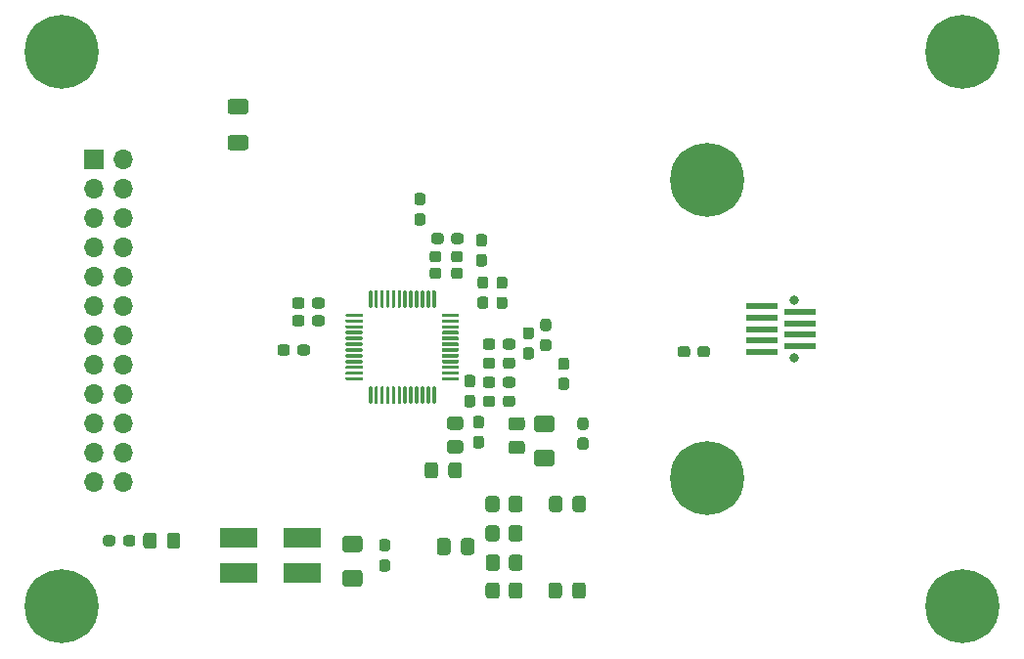
<source format=gts>
G04 #@! TF.GenerationSoftware,KiCad,Pcbnew,(5.1.12)-1*
G04 #@! TF.CreationDate,2021-12-17T11:46:06+01:00*
G04 #@! TF.ProjectId,eth_phy_KSZ8041MLL_mezzanine,6574685f-7068-4795-9f4b-535a38303431,rev?*
G04 #@! TF.SameCoordinates,Original*
G04 #@! TF.FileFunction,Soldermask,Top*
G04 #@! TF.FilePolarity,Negative*
%FSLAX46Y46*%
G04 Gerber Fmt 4.6, Leading zero omitted, Abs format (unit mm)*
G04 Created by KiCad (PCBNEW (5.1.12)-1) date 2021-12-17 11:46:06*
%MOMM*%
%LPD*%
G01*
G04 APERTURE LIST*
%ADD10C,0.800000*%
%ADD11R,2.794000X0.609600*%
%ADD12O,1.700000X1.700000*%
%ADD13R,1.700000X1.700000*%
%ADD14R,3.300000X1.700000*%
%ADD15C,6.400000*%
G04 APERTURE END LIST*
G36*
G01*
X140479400Y-120314601D02*
X140479400Y-119414599D01*
G75*
G02*
X140729399Y-119164600I249999J0D01*
G01*
X141379401Y-119164600D01*
G75*
G02*
X141629400Y-119414599I0J-249999D01*
G01*
X141629400Y-120314601D01*
G75*
G02*
X141379401Y-120564600I-249999J0D01*
G01*
X140729399Y-120564600D01*
G75*
G02*
X140479400Y-120314601I0J249999D01*
G01*
G37*
G36*
G01*
X138429400Y-120314601D02*
X138429400Y-119414599D01*
G75*
G02*
X138679399Y-119164600I249999J0D01*
G01*
X139329401Y-119164600D01*
G75*
G02*
X139579400Y-119414599I0J-249999D01*
G01*
X139579400Y-120314601D01*
G75*
G02*
X139329401Y-120564600I-249999J0D01*
G01*
X138679399Y-120564600D01*
G75*
G02*
X138429400Y-120314601I0J249999D01*
G01*
G37*
D10*
X159636820Y-102184900D03*
X159636820Y-107242300D03*
D11*
X156886000Y-102713600D03*
X160188000Y-103213600D03*
X156886000Y-103713600D03*
X160188000Y-104213600D03*
X156886000Y-104713600D03*
X160188000Y-105213600D03*
X156886000Y-105713600D03*
X160188000Y-106213600D03*
X156886000Y-106713600D03*
G36*
G01*
X128630000Y-109773600D02*
X128630000Y-111098600D01*
G75*
G02*
X128555000Y-111173600I-75000J0D01*
G01*
X128405000Y-111173600D01*
G75*
G02*
X128330000Y-111098600I0J75000D01*
G01*
X128330000Y-109773600D01*
G75*
G02*
X128405000Y-109698600I75000J0D01*
G01*
X128555000Y-109698600D01*
G75*
G02*
X128630000Y-109773600I0J-75000D01*
G01*
G37*
G36*
G01*
X128130000Y-109773600D02*
X128130000Y-111098600D01*
G75*
G02*
X128055000Y-111173600I-75000J0D01*
G01*
X127905000Y-111173600D01*
G75*
G02*
X127830000Y-111098600I0J75000D01*
G01*
X127830000Y-109773600D01*
G75*
G02*
X127905000Y-109698600I75000J0D01*
G01*
X128055000Y-109698600D01*
G75*
G02*
X128130000Y-109773600I0J-75000D01*
G01*
G37*
G36*
G01*
X127630000Y-109773600D02*
X127630000Y-111098600D01*
G75*
G02*
X127555000Y-111173600I-75000J0D01*
G01*
X127405000Y-111173600D01*
G75*
G02*
X127330000Y-111098600I0J75000D01*
G01*
X127330000Y-109773600D01*
G75*
G02*
X127405000Y-109698600I75000J0D01*
G01*
X127555000Y-109698600D01*
G75*
G02*
X127630000Y-109773600I0J-75000D01*
G01*
G37*
G36*
G01*
X127130000Y-109773600D02*
X127130000Y-111098600D01*
G75*
G02*
X127055000Y-111173600I-75000J0D01*
G01*
X126905000Y-111173600D01*
G75*
G02*
X126830000Y-111098600I0J75000D01*
G01*
X126830000Y-109773600D01*
G75*
G02*
X126905000Y-109698600I75000J0D01*
G01*
X127055000Y-109698600D01*
G75*
G02*
X127130000Y-109773600I0J-75000D01*
G01*
G37*
G36*
G01*
X126630000Y-109773600D02*
X126630000Y-111098600D01*
G75*
G02*
X126555000Y-111173600I-75000J0D01*
G01*
X126405000Y-111173600D01*
G75*
G02*
X126330000Y-111098600I0J75000D01*
G01*
X126330000Y-109773600D01*
G75*
G02*
X126405000Y-109698600I75000J0D01*
G01*
X126555000Y-109698600D01*
G75*
G02*
X126630000Y-109773600I0J-75000D01*
G01*
G37*
G36*
G01*
X126130000Y-109773600D02*
X126130000Y-111098600D01*
G75*
G02*
X126055000Y-111173600I-75000J0D01*
G01*
X125905000Y-111173600D01*
G75*
G02*
X125830000Y-111098600I0J75000D01*
G01*
X125830000Y-109773600D01*
G75*
G02*
X125905000Y-109698600I75000J0D01*
G01*
X126055000Y-109698600D01*
G75*
G02*
X126130000Y-109773600I0J-75000D01*
G01*
G37*
G36*
G01*
X125630000Y-109773600D02*
X125630000Y-111098600D01*
G75*
G02*
X125555000Y-111173600I-75000J0D01*
G01*
X125405000Y-111173600D01*
G75*
G02*
X125330000Y-111098600I0J75000D01*
G01*
X125330000Y-109773600D01*
G75*
G02*
X125405000Y-109698600I75000J0D01*
G01*
X125555000Y-109698600D01*
G75*
G02*
X125630000Y-109773600I0J-75000D01*
G01*
G37*
G36*
G01*
X125130000Y-109773600D02*
X125130000Y-111098600D01*
G75*
G02*
X125055000Y-111173600I-75000J0D01*
G01*
X124905000Y-111173600D01*
G75*
G02*
X124830000Y-111098600I0J75000D01*
G01*
X124830000Y-109773600D01*
G75*
G02*
X124905000Y-109698600I75000J0D01*
G01*
X125055000Y-109698600D01*
G75*
G02*
X125130000Y-109773600I0J-75000D01*
G01*
G37*
G36*
G01*
X124630000Y-109773600D02*
X124630000Y-111098600D01*
G75*
G02*
X124555000Y-111173600I-75000J0D01*
G01*
X124405000Y-111173600D01*
G75*
G02*
X124330000Y-111098600I0J75000D01*
G01*
X124330000Y-109773600D01*
G75*
G02*
X124405000Y-109698600I75000J0D01*
G01*
X124555000Y-109698600D01*
G75*
G02*
X124630000Y-109773600I0J-75000D01*
G01*
G37*
G36*
G01*
X124130000Y-109773600D02*
X124130000Y-111098600D01*
G75*
G02*
X124055000Y-111173600I-75000J0D01*
G01*
X123905000Y-111173600D01*
G75*
G02*
X123830000Y-111098600I0J75000D01*
G01*
X123830000Y-109773600D01*
G75*
G02*
X123905000Y-109698600I75000J0D01*
G01*
X124055000Y-109698600D01*
G75*
G02*
X124130000Y-109773600I0J-75000D01*
G01*
G37*
G36*
G01*
X123630000Y-109773600D02*
X123630000Y-111098600D01*
G75*
G02*
X123555000Y-111173600I-75000J0D01*
G01*
X123405000Y-111173600D01*
G75*
G02*
X123330000Y-111098600I0J75000D01*
G01*
X123330000Y-109773600D01*
G75*
G02*
X123405000Y-109698600I75000J0D01*
G01*
X123555000Y-109698600D01*
G75*
G02*
X123630000Y-109773600I0J-75000D01*
G01*
G37*
G36*
G01*
X123130000Y-109773600D02*
X123130000Y-111098600D01*
G75*
G02*
X123055000Y-111173600I-75000J0D01*
G01*
X122905000Y-111173600D01*
G75*
G02*
X122830000Y-111098600I0J75000D01*
G01*
X122830000Y-109773600D01*
G75*
G02*
X122905000Y-109698600I75000J0D01*
G01*
X123055000Y-109698600D01*
G75*
G02*
X123130000Y-109773600I0J-75000D01*
G01*
G37*
G36*
G01*
X122305000Y-108948600D02*
X122305000Y-109098600D01*
G75*
G02*
X122230000Y-109173600I-75000J0D01*
G01*
X120905000Y-109173600D01*
G75*
G02*
X120830000Y-109098600I0J75000D01*
G01*
X120830000Y-108948600D01*
G75*
G02*
X120905000Y-108873600I75000J0D01*
G01*
X122230000Y-108873600D01*
G75*
G02*
X122305000Y-108948600I0J-75000D01*
G01*
G37*
G36*
G01*
X122305000Y-108448600D02*
X122305000Y-108598600D01*
G75*
G02*
X122230000Y-108673600I-75000J0D01*
G01*
X120905000Y-108673600D01*
G75*
G02*
X120830000Y-108598600I0J75000D01*
G01*
X120830000Y-108448600D01*
G75*
G02*
X120905000Y-108373600I75000J0D01*
G01*
X122230000Y-108373600D01*
G75*
G02*
X122305000Y-108448600I0J-75000D01*
G01*
G37*
G36*
G01*
X122305000Y-107948600D02*
X122305000Y-108098600D01*
G75*
G02*
X122230000Y-108173600I-75000J0D01*
G01*
X120905000Y-108173600D01*
G75*
G02*
X120830000Y-108098600I0J75000D01*
G01*
X120830000Y-107948600D01*
G75*
G02*
X120905000Y-107873600I75000J0D01*
G01*
X122230000Y-107873600D01*
G75*
G02*
X122305000Y-107948600I0J-75000D01*
G01*
G37*
G36*
G01*
X122305000Y-107448600D02*
X122305000Y-107598600D01*
G75*
G02*
X122230000Y-107673600I-75000J0D01*
G01*
X120905000Y-107673600D01*
G75*
G02*
X120830000Y-107598600I0J75000D01*
G01*
X120830000Y-107448600D01*
G75*
G02*
X120905000Y-107373600I75000J0D01*
G01*
X122230000Y-107373600D01*
G75*
G02*
X122305000Y-107448600I0J-75000D01*
G01*
G37*
G36*
G01*
X122305000Y-106948600D02*
X122305000Y-107098600D01*
G75*
G02*
X122230000Y-107173600I-75000J0D01*
G01*
X120905000Y-107173600D01*
G75*
G02*
X120830000Y-107098600I0J75000D01*
G01*
X120830000Y-106948600D01*
G75*
G02*
X120905000Y-106873600I75000J0D01*
G01*
X122230000Y-106873600D01*
G75*
G02*
X122305000Y-106948600I0J-75000D01*
G01*
G37*
G36*
G01*
X122305000Y-106448600D02*
X122305000Y-106598600D01*
G75*
G02*
X122230000Y-106673600I-75000J0D01*
G01*
X120905000Y-106673600D01*
G75*
G02*
X120830000Y-106598600I0J75000D01*
G01*
X120830000Y-106448600D01*
G75*
G02*
X120905000Y-106373600I75000J0D01*
G01*
X122230000Y-106373600D01*
G75*
G02*
X122305000Y-106448600I0J-75000D01*
G01*
G37*
G36*
G01*
X122305000Y-105948600D02*
X122305000Y-106098600D01*
G75*
G02*
X122230000Y-106173600I-75000J0D01*
G01*
X120905000Y-106173600D01*
G75*
G02*
X120830000Y-106098600I0J75000D01*
G01*
X120830000Y-105948600D01*
G75*
G02*
X120905000Y-105873600I75000J0D01*
G01*
X122230000Y-105873600D01*
G75*
G02*
X122305000Y-105948600I0J-75000D01*
G01*
G37*
G36*
G01*
X122305000Y-105448600D02*
X122305000Y-105598600D01*
G75*
G02*
X122230000Y-105673600I-75000J0D01*
G01*
X120905000Y-105673600D01*
G75*
G02*
X120830000Y-105598600I0J75000D01*
G01*
X120830000Y-105448600D01*
G75*
G02*
X120905000Y-105373600I75000J0D01*
G01*
X122230000Y-105373600D01*
G75*
G02*
X122305000Y-105448600I0J-75000D01*
G01*
G37*
G36*
G01*
X122305000Y-104948600D02*
X122305000Y-105098600D01*
G75*
G02*
X122230000Y-105173600I-75000J0D01*
G01*
X120905000Y-105173600D01*
G75*
G02*
X120830000Y-105098600I0J75000D01*
G01*
X120830000Y-104948600D01*
G75*
G02*
X120905000Y-104873600I75000J0D01*
G01*
X122230000Y-104873600D01*
G75*
G02*
X122305000Y-104948600I0J-75000D01*
G01*
G37*
G36*
G01*
X122305000Y-104448600D02*
X122305000Y-104598600D01*
G75*
G02*
X122230000Y-104673600I-75000J0D01*
G01*
X120905000Y-104673600D01*
G75*
G02*
X120830000Y-104598600I0J75000D01*
G01*
X120830000Y-104448600D01*
G75*
G02*
X120905000Y-104373600I75000J0D01*
G01*
X122230000Y-104373600D01*
G75*
G02*
X122305000Y-104448600I0J-75000D01*
G01*
G37*
G36*
G01*
X122305000Y-103948600D02*
X122305000Y-104098600D01*
G75*
G02*
X122230000Y-104173600I-75000J0D01*
G01*
X120905000Y-104173600D01*
G75*
G02*
X120830000Y-104098600I0J75000D01*
G01*
X120830000Y-103948600D01*
G75*
G02*
X120905000Y-103873600I75000J0D01*
G01*
X122230000Y-103873600D01*
G75*
G02*
X122305000Y-103948600I0J-75000D01*
G01*
G37*
G36*
G01*
X122305000Y-103448600D02*
X122305000Y-103598600D01*
G75*
G02*
X122230000Y-103673600I-75000J0D01*
G01*
X120905000Y-103673600D01*
G75*
G02*
X120830000Y-103598600I0J75000D01*
G01*
X120830000Y-103448600D01*
G75*
G02*
X120905000Y-103373600I75000J0D01*
G01*
X122230000Y-103373600D01*
G75*
G02*
X122305000Y-103448600I0J-75000D01*
G01*
G37*
G36*
G01*
X123130000Y-101448600D02*
X123130000Y-102773600D01*
G75*
G02*
X123055000Y-102848600I-75000J0D01*
G01*
X122905000Y-102848600D01*
G75*
G02*
X122830000Y-102773600I0J75000D01*
G01*
X122830000Y-101448600D01*
G75*
G02*
X122905000Y-101373600I75000J0D01*
G01*
X123055000Y-101373600D01*
G75*
G02*
X123130000Y-101448600I0J-75000D01*
G01*
G37*
G36*
G01*
X123630000Y-101448600D02*
X123630000Y-102773600D01*
G75*
G02*
X123555000Y-102848600I-75000J0D01*
G01*
X123405000Y-102848600D01*
G75*
G02*
X123330000Y-102773600I0J75000D01*
G01*
X123330000Y-101448600D01*
G75*
G02*
X123405000Y-101373600I75000J0D01*
G01*
X123555000Y-101373600D01*
G75*
G02*
X123630000Y-101448600I0J-75000D01*
G01*
G37*
G36*
G01*
X124130000Y-101448600D02*
X124130000Y-102773600D01*
G75*
G02*
X124055000Y-102848600I-75000J0D01*
G01*
X123905000Y-102848600D01*
G75*
G02*
X123830000Y-102773600I0J75000D01*
G01*
X123830000Y-101448600D01*
G75*
G02*
X123905000Y-101373600I75000J0D01*
G01*
X124055000Y-101373600D01*
G75*
G02*
X124130000Y-101448600I0J-75000D01*
G01*
G37*
G36*
G01*
X124630000Y-101448600D02*
X124630000Y-102773600D01*
G75*
G02*
X124555000Y-102848600I-75000J0D01*
G01*
X124405000Y-102848600D01*
G75*
G02*
X124330000Y-102773600I0J75000D01*
G01*
X124330000Y-101448600D01*
G75*
G02*
X124405000Y-101373600I75000J0D01*
G01*
X124555000Y-101373600D01*
G75*
G02*
X124630000Y-101448600I0J-75000D01*
G01*
G37*
G36*
G01*
X125130000Y-101448600D02*
X125130000Y-102773600D01*
G75*
G02*
X125055000Y-102848600I-75000J0D01*
G01*
X124905000Y-102848600D01*
G75*
G02*
X124830000Y-102773600I0J75000D01*
G01*
X124830000Y-101448600D01*
G75*
G02*
X124905000Y-101373600I75000J0D01*
G01*
X125055000Y-101373600D01*
G75*
G02*
X125130000Y-101448600I0J-75000D01*
G01*
G37*
G36*
G01*
X125630000Y-101448600D02*
X125630000Y-102773600D01*
G75*
G02*
X125555000Y-102848600I-75000J0D01*
G01*
X125405000Y-102848600D01*
G75*
G02*
X125330000Y-102773600I0J75000D01*
G01*
X125330000Y-101448600D01*
G75*
G02*
X125405000Y-101373600I75000J0D01*
G01*
X125555000Y-101373600D01*
G75*
G02*
X125630000Y-101448600I0J-75000D01*
G01*
G37*
G36*
G01*
X126130000Y-101448600D02*
X126130000Y-102773600D01*
G75*
G02*
X126055000Y-102848600I-75000J0D01*
G01*
X125905000Y-102848600D01*
G75*
G02*
X125830000Y-102773600I0J75000D01*
G01*
X125830000Y-101448600D01*
G75*
G02*
X125905000Y-101373600I75000J0D01*
G01*
X126055000Y-101373600D01*
G75*
G02*
X126130000Y-101448600I0J-75000D01*
G01*
G37*
G36*
G01*
X126630000Y-101448600D02*
X126630000Y-102773600D01*
G75*
G02*
X126555000Y-102848600I-75000J0D01*
G01*
X126405000Y-102848600D01*
G75*
G02*
X126330000Y-102773600I0J75000D01*
G01*
X126330000Y-101448600D01*
G75*
G02*
X126405000Y-101373600I75000J0D01*
G01*
X126555000Y-101373600D01*
G75*
G02*
X126630000Y-101448600I0J-75000D01*
G01*
G37*
G36*
G01*
X127130000Y-101448600D02*
X127130000Y-102773600D01*
G75*
G02*
X127055000Y-102848600I-75000J0D01*
G01*
X126905000Y-102848600D01*
G75*
G02*
X126830000Y-102773600I0J75000D01*
G01*
X126830000Y-101448600D01*
G75*
G02*
X126905000Y-101373600I75000J0D01*
G01*
X127055000Y-101373600D01*
G75*
G02*
X127130000Y-101448600I0J-75000D01*
G01*
G37*
G36*
G01*
X127630000Y-101448600D02*
X127630000Y-102773600D01*
G75*
G02*
X127555000Y-102848600I-75000J0D01*
G01*
X127405000Y-102848600D01*
G75*
G02*
X127330000Y-102773600I0J75000D01*
G01*
X127330000Y-101448600D01*
G75*
G02*
X127405000Y-101373600I75000J0D01*
G01*
X127555000Y-101373600D01*
G75*
G02*
X127630000Y-101448600I0J-75000D01*
G01*
G37*
G36*
G01*
X128130000Y-101448600D02*
X128130000Y-102773600D01*
G75*
G02*
X128055000Y-102848600I-75000J0D01*
G01*
X127905000Y-102848600D01*
G75*
G02*
X127830000Y-102773600I0J75000D01*
G01*
X127830000Y-101448600D01*
G75*
G02*
X127905000Y-101373600I75000J0D01*
G01*
X128055000Y-101373600D01*
G75*
G02*
X128130000Y-101448600I0J-75000D01*
G01*
G37*
G36*
G01*
X128630000Y-101448600D02*
X128630000Y-102773600D01*
G75*
G02*
X128555000Y-102848600I-75000J0D01*
G01*
X128405000Y-102848600D01*
G75*
G02*
X128330000Y-102773600I0J75000D01*
G01*
X128330000Y-101448600D01*
G75*
G02*
X128405000Y-101373600I75000J0D01*
G01*
X128555000Y-101373600D01*
G75*
G02*
X128630000Y-101448600I0J-75000D01*
G01*
G37*
G36*
G01*
X130630000Y-103448600D02*
X130630000Y-103598600D01*
G75*
G02*
X130555000Y-103673600I-75000J0D01*
G01*
X129230000Y-103673600D01*
G75*
G02*
X129155000Y-103598600I0J75000D01*
G01*
X129155000Y-103448600D01*
G75*
G02*
X129230000Y-103373600I75000J0D01*
G01*
X130555000Y-103373600D01*
G75*
G02*
X130630000Y-103448600I0J-75000D01*
G01*
G37*
G36*
G01*
X130630000Y-103948600D02*
X130630000Y-104098600D01*
G75*
G02*
X130555000Y-104173600I-75000J0D01*
G01*
X129230000Y-104173600D01*
G75*
G02*
X129155000Y-104098600I0J75000D01*
G01*
X129155000Y-103948600D01*
G75*
G02*
X129230000Y-103873600I75000J0D01*
G01*
X130555000Y-103873600D01*
G75*
G02*
X130630000Y-103948600I0J-75000D01*
G01*
G37*
G36*
G01*
X130630000Y-104448600D02*
X130630000Y-104598600D01*
G75*
G02*
X130555000Y-104673600I-75000J0D01*
G01*
X129230000Y-104673600D01*
G75*
G02*
X129155000Y-104598600I0J75000D01*
G01*
X129155000Y-104448600D01*
G75*
G02*
X129230000Y-104373600I75000J0D01*
G01*
X130555000Y-104373600D01*
G75*
G02*
X130630000Y-104448600I0J-75000D01*
G01*
G37*
G36*
G01*
X130630000Y-104948600D02*
X130630000Y-105098600D01*
G75*
G02*
X130555000Y-105173600I-75000J0D01*
G01*
X129230000Y-105173600D01*
G75*
G02*
X129155000Y-105098600I0J75000D01*
G01*
X129155000Y-104948600D01*
G75*
G02*
X129230000Y-104873600I75000J0D01*
G01*
X130555000Y-104873600D01*
G75*
G02*
X130630000Y-104948600I0J-75000D01*
G01*
G37*
G36*
G01*
X130630000Y-105448600D02*
X130630000Y-105598600D01*
G75*
G02*
X130555000Y-105673600I-75000J0D01*
G01*
X129230000Y-105673600D01*
G75*
G02*
X129155000Y-105598600I0J75000D01*
G01*
X129155000Y-105448600D01*
G75*
G02*
X129230000Y-105373600I75000J0D01*
G01*
X130555000Y-105373600D01*
G75*
G02*
X130630000Y-105448600I0J-75000D01*
G01*
G37*
G36*
G01*
X130630000Y-105948600D02*
X130630000Y-106098600D01*
G75*
G02*
X130555000Y-106173600I-75000J0D01*
G01*
X129230000Y-106173600D01*
G75*
G02*
X129155000Y-106098600I0J75000D01*
G01*
X129155000Y-105948600D01*
G75*
G02*
X129230000Y-105873600I75000J0D01*
G01*
X130555000Y-105873600D01*
G75*
G02*
X130630000Y-105948600I0J-75000D01*
G01*
G37*
G36*
G01*
X130630000Y-106448600D02*
X130630000Y-106598600D01*
G75*
G02*
X130555000Y-106673600I-75000J0D01*
G01*
X129230000Y-106673600D01*
G75*
G02*
X129155000Y-106598600I0J75000D01*
G01*
X129155000Y-106448600D01*
G75*
G02*
X129230000Y-106373600I75000J0D01*
G01*
X130555000Y-106373600D01*
G75*
G02*
X130630000Y-106448600I0J-75000D01*
G01*
G37*
G36*
G01*
X130630000Y-106948600D02*
X130630000Y-107098600D01*
G75*
G02*
X130555000Y-107173600I-75000J0D01*
G01*
X129230000Y-107173600D01*
G75*
G02*
X129155000Y-107098600I0J75000D01*
G01*
X129155000Y-106948600D01*
G75*
G02*
X129230000Y-106873600I75000J0D01*
G01*
X130555000Y-106873600D01*
G75*
G02*
X130630000Y-106948600I0J-75000D01*
G01*
G37*
G36*
G01*
X130630000Y-107448600D02*
X130630000Y-107598600D01*
G75*
G02*
X130555000Y-107673600I-75000J0D01*
G01*
X129230000Y-107673600D01*
G75*
G02*
X129155000Y-107598600I0J75000D01*
G01*
X129155000Y-107448600D01*
G75*
G02*
X129230000Y-107373600I75000J0D01*
G01*
X130555000Y-107373600D01*
G75*
G02*
X130630000Y-107448600I0J-75000D01*
G01*
G37*
G36*
G01*
X130630000Y-107948600D02*
X130630000Y-108098600D01*
G75*
G02*
X130555000Y-108173600I-75000J0D01*
G01*
X129230000Y-108173600D01*
G75*
G02*
X129155000Y-108098600I0J75000D01*
G01*
X129155000Y-107948600D01*
G75*
G02*
X129230000Y-107873600I75000J0D01*
G01*
X130555000Y-107873600D01*
G75*
G02*
X130630000Y-107948600I0J-75000D01*
G01*
G37*
G36*
G01*
X130630000Y-108448600D02*
X130630000Y-108598600D01*
G75*
G02*
X130555000Y-108673600I-75000J0D01*
G01*
X129230000Y-108673600D01*
G75*
G02*
X129155000Y-108598600I0J75000D01*
G01*
X129155000Y-108448600D01*
G75*
G02*
X129230000Y-108373600I75000J0D01*
G01*
X130555000Y-108373600D01*
G75*
G02*
X130630000Y-108448600I0J-75000D01*
G01*
G37*
G36*
G01*
X130630000Y-108948600D02*
X130630000Y-109098600D01*
G75*
G02*
X130555000Y-109173600I-75000J0D01*
G01*
X129230000Y-109173600D01*
G75*
G02*
X129155000Y-109098600I0J75000D01*
G01*
X129155000Y-108948600D01*
G75*
G02*
X129230000Y-108873600I75000J0D01*
G01*
X130555000Y-108873600D01*
G75*
G02*
X130630000Y-108948600I0J-75000D01*
G01*
G37*
G36*
G01*
X104461000Y-122587599D02*
X104461000Y-123487601D01*
G75*
G02*
X104211001Y-123737600I-249999J0D01*
G01*
X103560999Y-123737600D01*
G75*
G02*
X103311000Y-123487601I0J249999D01*
G01*
X103311000Y-122587599D01*
G75*
G02*
X103560999Y-122337600I249999J0D01*
G01*
X104211001Y-122337600D01*
G75*
G02*
X104461000Y-122587599I0J-249999D01*
G01*
G37*
G36*
G01*
X106511000Y-122587599D02*
X106511000Y-123487601D01*
G75*
G02*
X106261001Y-123737600I-249999J0D01*
G01*
X105610999Y-123737600D01*
G75*
G02*
X105361000Y-123487601I0J249999D01*
G01*
X105361000Y-122587599D01*
G75*
G02*
X105610999Y-122337600I249999J0D01*
G01*
X106261001Y-122337600D01*
G75*
G02*
X106511000Y-122587599I0J-249999D01*
G01*
G37*
G36*
G01*
X135185999Y-114394400D02*
X136086001Y-114394400D01*
G75*
G02*
X136336000Y-114644399I0J-249999D01*
G01*
X136336000Y-115294401D01*
G75*
G02*
X136086001Y-115544400I-249999J0D01*
G01*
X135185999Y-115544400D01*
G75*
G02*
X134936000Y-115294401I0J249999D01*
G01*
X134936000Y-114644399D01*
G75*
G02*
X135185999Y-114394400I249999J0D01*
G01*
G37*
G36*
G01*
X135185999Y-112344400D02*
X136086001Y-112344400D01*
G75*
G02*
X136336000Y-112594399I0J-249999D01*
G01*
X136336000Y-113244401D01*
G75*
G02*
X136086001Y-113494400I-249999J0D01*
G01*
X135185999Y-113494400D01*
G75*
G02*
X134936000Y-113244401I0J249999D01*
G01*
X134936000Y-112594399D01*
G75*
G02*
X135185999Y-112344400I249999J0D01*
G01*
G37*
D12*
X101600000Y-117957600D03*
X99060000Y-117957600D03*
X101600000Y-115417600D03*
X99060000Y-115417600D03*
X101600000Y-112877600D03*
X99060000Y-112877600D03*
X101600000Y-110337600D03*
X99060000Y-110337600D03*
X101600000Y-107797600D03*
X99060000Y-107797600D03*
X101600000Y-105257600D03*
X99060000Y-105257600D03*
X101600000Y-102717600D03*
X99060000Y-102717600D03*
X101600000Y-100177600D03*
X99060000Y-100177600D03*
X101600000Y-97637600D03*
X99060000Y-97637600D03*
X101600000Y-95097600D03*
X99060000Y-95097600D03*
X101600000Y-92557600D03*
X99060000Y-92557600D03*
X101600000Y-90017600D03*
D13*
X99060000Y-90017600D03*
G36*
G01*
X129851999Y-114343600D02*
X130752001Y-114343600D01*
G75*
G02*
X131002000Y-114593599I0J-249999D01*
G01*
X131002000Y-115243601D01*
G75*
G02*
X130752001Y-115493600I-249999J0D01*
G01*
X129851999Y-115493600D01*
G75*
G02*
X129602000Y-115243601I0J249999D01*
G01*
X129602000Y-114593599D01*
G75*
G02*
X129851999Y-114343600I249999J0D01*
G01*
G37*
G36*
G01*
X129851999Y-112293600D02*
X130752001Y-112293600D01*
G75*
G02*
X131002000Y-112543599I0J-249999D01*
G01*
X131002000Y-113193601D01*
G75*
G02*
X130752001Y-113443600I-249999J0D01*
G01*
X129851999Y-113443600D01*
G75*
G02*
X129602000Y-113193601I0J249999D01*
G01*
X129602000Y-112543599D01*
G75*
G02*
X129851999Y-112293600I249999J0D01*
G01*
G37*
D14*
X117050000Y-125831600D03*
X111550000Y-125831600D03*
G36*
G01*
X131334500Y-110408600D02*
X131809500Y-110408600D01*
G75*
G02*
X132047000Y-110646100I0J-237500D01*
G01*
X132047000Y-111246100D01*
G75*
G02*
X131809500Y-111483600I-237500J0D01*
G01*
X131334500Y-111483600D01*
G75*
G02*
X131097000Y-111246100I0J237500D01*
G01*
X131097000Y-110646100D01*
G75*
G02*
X131334500Y-110408600I237500J0D01*
G01*
G37*
G36*
G01*
X131334500Y-108683600D02*
X131809500Y-108683600D01*
G75*
G02*
X132047000Y-108921100I0J-237500D01*
G01*
X132047000Y-109521100D01*
G75*
G02*
X131809500Y-109758600I-237500J0D01*
G01*
X131334500Y-109758600D01*
G75*
G02*
X131097000Y-109521100I0J237500D01*
G01*
X131097000Y-108921100D01*
G75*
G02*
X131334500Y-108683600I237500J0D01*
G01*
G37*
G36*
G01*
X129727000Y-117391601D02*
X129727000Y-116491599D01*
G75*
G02*
X129976999Y-116241600I249999J0D01*
G01*
X130627001Y-116241600D01*
G75*
G02*
X130877000Y-116491599I0J-249999D01*
G01*
X130877000Y-117391601D01*
G75*
G02*
X130627001Y-117641600I-249999J0D01*
G01*
X129976999Y-117641600D01*
G75*
G02*
X129727000Y-117391601I0J249999D01*
G01*
G37*
G36*
G01*
X127677000Y-117391601D02*
X127677000Y-116491599D01*
G75*
G02*
X127926999Y-116241600I249999J0D01*
G01*
X128577001Y-116241600D01*
G75*
G02*
X128827000Y-116491599I0J-249999D01*
G01*
X128827000Y-117391601D01*
G75*
G02*
X128577001Y-117641600I-249999J0D01*
G01*
X127926999Y-117641600D01*
G75*
G02*
X127677000Y-117391601I0J249999D01*
G01*
G37*
X117050000Y-122783600D03*
X111550000Y-122783600D03*
G36*
G01*
X116007000Y-106290100D02*
X116007000Y-106765100D01*
G75*
G02*
X115769500Y-107002600I-237500J0D01*
G01*
X115169500Y-107002600D01*
G75*
G02*
X114932000Y-106765100I0J237500D01*
G01*
X114932000Y-106290100D01*
G75*
G02*
X115169500Y-106052600I237500J0D01*
G01*
X115769500Y-106052600D01*
G75*
G02*
X116007000Y-106290100I0J-237500D01*
G01*
G37*
G36*
G01*
X117732000Y-106290100D02*
X117732000Y-106765100D01*
G75*
G02*
X117494500Y-107002600I-237500J0D01*
G01*
X116894500Y-107002600D01*
G75*
G02*
X116657000Y-106765100I0J237500D01*
G01*
X116657000Y-106290100D01*
G75*
G02*
X116894500Y-106052600I237500J0D01*
G01*
X117494500Y-106052600D01*
G75*
G02*
X117732000Y-106290100I0J-237500D01*
G01*
G37*
G36*
G01*
X134437000Y-107908100D02*
X134437000Y-107433100D01*
G75*
G02*
X134674500Y-107195600I237500J0D01*
G01*
X135274500Y-107195600D01*
G75*
G02*
X135512000Y-107433100I0J-237500D01*
G01*
X135512000Y-107908100D01*
G75*
G02*
X135274500Y-108145600I-237500J0D01*
G01*
X134674500Y-108145600D01*
G75*
G02*
X134437000Y-107908100I0J237500D01*
G01*
G37*
G36*
G01*
X132712000Y-107908100D02*
X132712000Y-107433100D01*
G75*
G02*
X132949500Y-107195600I237500J0D01*
G01*
X133549500Y-107195600D01*
G75*
G02*
X133787000Y-107433100I0J-237500D01*
G01*
X133787000Y-107908100D01*
G75*
G02*
X133549500Y-108145600I-237500J0D01*
G01*
X132949500Y-108145600D01*
G75*
G02*
X132712000Y-107908100I0J237500D01*
G01*
G37*
G36*
G01*
X134437000Y-111210100D02*
X134437000Y-110735100D01*
G75*
G02*
X134674500Y-110497600I237500J0D01*
G01*
X135274500Y-110497600D01*
G75*
G02*
X135512000Y-110735100I0J-237500D01*
G01*
X135512000Y-111210100D01*
G75*
G02*
X135274500Y-111447600I-237500J0D01*
G01*
X134674500Y-111447600D01*
G75*
G02*
X134437000Y-111210100I0J237500D01*
G01*
G37*
G36*
G01*
X132712000Y-111210100D02*
X132712000Y-110735100D01*
G75*
G02*
X132949500Y-110497600I237500J0D01*
G01*
X133549500Y-110497600D01*
G75*
G02*
X133787000Y-110735100I0J-237500D01*
G01*
X133787000Y-111210100D01*
G75*
G02*
X133549500Y-111447600I-237500J0D01*
G01*
X132949500Y-111447600D01*
G75*
G02*
X132712000Y-111210100I0J237500D01*
G01*
G37*
G36*
G01*
X129315500Y-96638100D02*
X129315500Y-97113100D01*
G75*
G02*
X129078000Y-97350600I-237500J0D01*
G01*
X128478000Y-97350600D01*
G75*
G02*
X128240500Y-97113100I0J237500D01*
G01*
X128240500Y-96638100D01*
G75*
G02*
X128478000Y-96400600I237500J0D01*
G01*
X129078000Y-96400600D01*
G75*
G02*
X129315500Y-96638100I0J-237500D01*
G01*
G37*
G36*
G01*
X131040500Y-96638100D02*
X131040500Y-97113100D01*
G75*
G02*
X130803000Y-97350600I-237500J0D01*
G01*
X130203000Y-97350600D01*
G75*
G02*
X129965500Y-97113100I0J237500D01*
G01*
X129965500Y-96638100D01*
G75*
G02*
X130203000Y-96400600I237500J0D01*
G01*
X130803000Y-96400600D01*
G75*
G02*
X131040500Y-96638100I0J-237500D01*
G01*
G37*
G36*
G01*
X112156001Y-86108100D02*
X110855999Y-86108100D01*
G75*
G02*
X110606000Y-85858101I0J249999D01*
G01*
X110606000Y-85033099D01*
G75*
G02*
X110855999Y-84783100I249999J0D01*
G01*
X112156001Y-84783100D01*
G75*
G02*
X112406000Y-85033099I0J-249999D01*
G01*
X112406000Y-85858101D01*
G75*
G02*
X112156001Y-86108100I-249999J0D01*
G01*
G37*
G36*
G01*
X112156001Y-89233100D02*
X110855999Y-89233100D01*
G75*
G02*
X110606000Y-88983101I0J249999D01*
G01*
X110606000Y-88158099D01*
G75*
G02*
X110855999Y-87908100I249999J0D01*
G01*
X112156001Y-87908100D01*
G75*
G02*
X112406000Y-88158099I0J-249999D01*
G01*
X112406000Y-88983101D01*
G75*
G02*
X112156001Y-89233100I-249999J0D01*
G01*
G37*
G36*
G01*
X132096500Y-113964600D02*
X132571500Y-113964600D01*
G75*
G02*
X132809000Y-114202100I0J-237500D01*
G01*
X132809000Y-114802100D01*
G75*
G02*
X132571500Y-115039600I-237500J0D01*
G01*
X132096500Y-115039600D01*
G75*
G02*
X131859000Y-114802100I0J237500D01*
G01*
X131859000Y-114202100D01*
G75*
G02*
X132096500Y-113964600I237500J0D01*
G01*
G37*
G36*
G01*
X132096500Y-112239600D02*
X132571500Y-112239600D01*
G75*
G02*
X132809000Y-112477100I0J-237500D01*
G01*
X132809000Y-113077100D01*
G75*
G02*
X132571500Y-113314600I-237500J0D01*
G01*
X132096500Y-113314600D01*
G75*
G02*
X131859000Y-113077100I0J237500D01*
G01*
X131859000Y-112477100D01*
G75*
G02*
X132096500Y-112239600I237500J0D01*
G01*
G37*
G36*
G01*
X134437000Y-106257100D02*
X134437000Y-105782100D01*
G75*
G02*
X134674500Y-105544600I237500J0D01*
G01*
X135274500Y-105544600D01*
G75*
G02*
X135512000Y-105782100I0J-237500D01*
G01*
X135512000Y-106257100D01*
G75*
G02*
X135274500Y-106494600I-237500J0D01*
G01*
X134674500Y-106494600D01*
G75*
G02*
X134437000Y-106257100I0J237500D01*
G01*
G37*
G36*
G01*
X132712000Y-106257100D02*
X132712000Y-105782100D01*
G75*
G02*
X132949500Y-105544600I237500J0D01*
G01*
X133549500Y-105544600D01*
G75*
G02*
X133787000Y-105782100I0J-237500D01*
G01*
X133787000Y-106257100D01*
G75*
G02*
X133549500Y-106494600I-237500J0D01*
G01*
X132949500Y-106494600D01*
G75*
G02*
X132712000Y-106257100I0J237500D01*
G01*
G37*
G36*
G01*
X137398600Y-115176600D02*
X138648600Y-115176600D01*
G75*
G02*
X138898600Y-115426600I0J-250000D01*
G01*
X138898600Y-116351600D01*
G75*
G02*
X138648600Y-116601600I-250000J0D01*
G01*
X137398600Y-116601600D01*
G75*
G02*
X137148600Y-116351600I0J250000D01*
G01*
X137148600Y-115426600D01*
G75*
G02*
X137398600Y-115176600I250000J0D01*
G01*
G37*
G36*
G01*
X137398600Y-112201600D02*
X138648600Y-112201600D01*
G75*
G02*
X138898600Y-112451600I0J-250000D01*
G01*
X138898600Y-113376600D01*
G75*
G02*
X138648600Y-113626600I-250000J0D01*
G01*
X137398600Y-113626600D01*
G75*
G02*
X137148600Y-113376600I0J250000D01*
G01*
X137148600Y-112451600D01*
G75*
G02*
X137398600Y-112201600I250000J0D01*
G01*
G37*
G36*
G01*
X117277000Y-103750100D02*
X117277000Y-104225100D01*
G75*
G02*
X117039500Y-104462600I-237500J0D01*
G01*
X116439500Y-104462600D01*
G75*
G02*
X116202000Y-104225100I0J237500D01*
G01*
X116202000Y-103750100D01*
G75*
G02*
X116439500Y-103512600I237500J0D01*
G01*
X117039500Y-103512600D01*
G75*
G02*
X117277000Y-103750100I0J-237500D01*
G01*
G37*
G36*
G01*
X119002000Y-103750100D02*
X119002000Y-104225100D01*
G75*
G02*
X118764500Y-104462600I-237500J0D01*
G01*
X118164500Y-104462600D01*
G75*
G02*
X117927000Y-104225100I0J237500D01*
G01*
X117927000Y-103750100D01*
G75*
G02*
X118164500Y-103512600I237500J0D01*
G01*
X118764500Y-103512600D01*
G75*
G02*
X119002000Y-103750100I0J-237500D01*
G01*
G37*
G36*
G01*
X117277000Y-102226100D02*
X117277000Y-102701100D01*
G75*
G02*
X117039500Y-102938600I-237500J0D01*
G01*
X116439500Y-102938600D01*
G75*
G02*
X116202000Y-102701100I0J237500D01*
G01*
X116202000Y-102226100D01*
G75*
G02*
X116439500Y-101988600I237500J0D01*
G01*
X117039500Y-101988600D01*
G75*
G02*
X117277000Y-102226100I0J-237500D01*
G01*
G37*
G36*
G01*
X119002000Y-102226100D02*
X119002000Y-102701100D01*
G75*
G02*
X118764500Y-102938600I-237500J0D01*
G01*
X118164500Y-102938600D01*
G75*
G02*
X117927000Y-102701100I0J237500D01*
G01*
X117927000Y-102226100D01*
G75*
G02*
X118164500Y-101988600I237500J0D01*
G01*
X118764500Y-101988600D01*
G75*
G02*
X119002000Y-102226100I0J-237500D01*
G01*
G37*
G36*
G01*
X134437000Y-109559100D02*
X134437000Y-109084100D01*
G75*
G02*
X134674500Y-108846600I237500J0D01*
G01*
X135274500Y-108846600D01*
G75*
G02*
X135512000Y-109084100I0J-237500D01*
G01*
X135512000Y-109559100D01*
G75*
G02*
X135274500Y-109796600I-237500J0D01*
G01*
X134674500Y-109796600D01*
G75*
G02*
X134437000Y-109559100I0J237500D01*
G01*
G37*
G36*
G01*
X132712000Y-109559100D02*
X132712000Y-109084100D01*
G75*
G02*
X132949500Y-108846600I237500J0D01*
G01*
X133549500Y-108846600D01*
G75*
G02*
X133787000Y-109084100I0J-237500D01*
G01*
X133787000Y-109559100D01*
G75*
G02*
X133549500Y-109796600I-237500J0D01*
G01*
X132949500Y-109796600D01*
G75*
G02*
X132712000Y-109559100I0J237500D01*
G01*
G37*
G36*
G01*
X120787000Y-125590600D02*
X122037000Y-125590600D01*
G75*
G02*
X122287000Y-125840600I0J-250000D01*
G01*
X122287000Y-126765600D01*
G75*
G02*
X122037000Y-127015600I-250000J0D01*
G01*
X120787000Y-127015600D01*
G75*
G02*
X120537000Y-126765600I0J250000D01*
G01*
X120537000Y-125840600D01*
G75*
G02*
X120787000Y-125590600I250000J0D01*
G01*
G37*
G36*
G01*
X120787000Y-122615600D02*
X122037000Y-122615600D01*
G75*
G02*
X122287000Y-122865600I0J-250000D01*
G01*
X122287000Y-123790600D01*
G75*
G02*
X122037000Y-124040600I-250000J0D01*
G01*
X120787000Y-124040600D01*
G75*
G02*
X120537000Y-123790600I0J250000D01*
G01*
X120537000Y-122865600D01*
G75*
G02*
X120787000Y-122615600I250000J0D01*
G01*
G37*
G36*
G01*
X134603500Y-101224600D02*
X134128500Y-101224600D01*
G75*
G02*
X133891000Y-100987100I0J237500D01*
G01*
X133891000Y-100412100D01*
G75*
G02*
X134128500Y-100174600I237500J0D01*
G01*
X134603500Y-100174600D01*
G75*
G02*
X134841000Y-100412100I0J-237500D01*
G01*
X134841000Y-100987100D01*
G75*
G02*
X134603500Y-101224600I-237500J0D01*
G01*
G37*
G36*
G01*
X134603500Y-102974600D02*
X134128500Y-102974600D01*
G75*
G02*
X133891000Y-102737100I0J237500D01*
G01*
X133891000Y-102162100D01*
G75*
G02*
X134128500Y-101924600I237500J0D01*
G01*
X134603500Y-101924600D01*
G75*
G02*
X134841000Y-102162100I0J-237500D01*
G01*
X134841000Y-102737100D01*
G75*
G02*
X134603500Y-102974600I-237500J0D01*
G01*
G37*
G36*
G01*
X124443500Y-123957600D02*
X123968500Y-123957600D01*
G75*
G02*
X123731000Y-123720100I0J237500D01*
G01*
X123731000Y-123145100D01*
G75*
G02*
X123968500Y-122907600I237500J0D01*
G01*
X124443500Y-122907600D01*
G75*
G02*
X124681000Y-123145100I0J-237500D01*
G01*
X124681000Y-123720100D01*
G75*
G02*
X124443500Y-123957600I-237500J0D01*
G01*
G37*
G36*
G01*
X124443500Y-125707600D02*
X123968500Y-125707600D01*
G75*
G02*
X123731000Y-125470100I0J237500D01*
G01*
X123731000Y-124895100D01*
G75*
G02*
X123968500Y-124657600I237500J0D01*
G01*
X124443500Y-124657600D01*
G75*
G02*
X124681000Y-124895100I0J-237500D01*
G01*
X124681000Y-125470100D01*
G75*
G02*
X124443500Y-125707600I-237500J0D01*
G01*
G37*
G36*
G01*
X101583000Y-123275100D02*
X101583000Y-122800100D01*
G75*
G02*
X101820500Y-122562600I237500J0D01*
G01*
X102395500Y-122562600D01*
G75*
G02*
X102633000Y-122800100I0J-237500D01*
G01*
X102633000Y-123275100D01*
G75*
G02*
X102395500Y-123512600I-237500J0D01*
G01*
X101820500Y-123512600D01*
G75*
G02*
X101583000Y-123275100I0J237500D01*
G01*
G37*
G36*
G01*
X99833000Y-123275100D02*
X99833000Y-122800100D01*
G75*
G02*
X100070500Y-122562600I237500J0D01*
G01*
X100645500Y-122562600D01*
G75*
G02*
X100883000Y-122800100I0J-237500D01*
G01*
X100883000Y-123275100D01*
G75*
G02*
X100645500Y-123512600I-237500J0D01*
G01*
X100070500Y-123512600D01*
G75*
G02*
X99833000Y-123275100I0J237500D01*
G01*
G37*
G36*
G01*
X139462500Y-108911100D02*
X139937500Y-108911100D01*
G75*
G02*
X140175000Y-109148600I0J-237500D01*
G01*
X140175000Y-109748600D01*
G75*
G02*
X139937500Y-109986100I-237500J0D01*
G01*
X139462500Y-109986100D01*
G75*
G02*
X139225000Y-109748600I0J237500D01*
G01*
X139225000Y-109148600D01*
G75*
G02*
X139462500Y-108911100I237500J0D01*
G01*
G37*
G36*
G01*
X139462500Y-107186100D02*
X139937500Y-107186100D01*
G75*
G02*
X140175000Y-107423600I0J-237500D01*
G01*
X140175000Y-108023600D01*
G75*
G02*
X139937500Y-108261100I-237500J0D01*
G01*
X139462500Y-108261100D01*
G75*
G02*
X139225000Y-108023600I0J237500D01*
G01*
X139225000Y-107423600D01*
G75*
G02*
X139462500Y-107186100I237500J0D01*
G01*
G37*
G36*
G01*
X137913100Y-105582200D02*
X138388100Y-105582200D01*
G75*
G02*
X138625600Y-105819700I0J-237500D01*
G01*
X138625600Y-106394700D01*
G75*
G02*
X138388100Y-106632200I-237500J0D01*
G01*
X137913100Y-106632200D01*
G75*
G02*
X137675600Y-106394700I0J237500D01*
G01*
X137675600Y-105819700D01*
G75*
G02*
X137913100Y-105582200I237500J0D01*
G01*
G37*
G36*
G01*
X137913100Y-103832200D02*
X138388100Y-103832200D01*
G75*
G02*
X138625600Y-104069700I0J-237500D01*
G01*
X138625600Y-104644700D01*
G75*
G02*
X138388100Y-104882200I-237500J0D01*
G01*
X137913100Y-104882200D01*
G75*
G02*
X137675600Y-104644700I0J237500D01*
G01*
X137675600Y-104069700D01*
G75*
G02*
X137913100Y-103832200I237500J0D01*
G01*
G37*
G36*
G01*
X132952500Y-101210600D02*
X132477500Y-101210600D01*
G75*
G02*
X132240000Y-100973100I0J237500D01*
G01*
X132240000Y-100398100D01*
G75*
G02*
X132477500Y-100160600I237500J0D01*
G01*
X132952500Y-100160600D01*
G75*
G02*
X133190000Y-100398100I0J-237500D01*
G01*
X133190000Y-100973100D01*
G75*
G02*
X132952500Y-101210600I-237500J0D01*
G01*
G37*
G36*
G01*
X132952500Y-102960600D02*
X132477500Y-102960600D01*
G75*
G02*
X132240000Y-102723100I0J237500D01*
G01*
X132240000Y-102148100D01*
G75*
G02*
X132477500Y-101910600I237500J0D01*
G01*
X132952500Y-101910600D01*
G75*
G02*
X133190000Y-102148100I0J-237500D01*
G01*
X133190000Y-102723100D01*
G75*
G02*
X132952500Y-102960600I-237500J0D01*
G01*
G37*
G36*
G01*
X136414500Y-106293400D02*
X136889500Y-106293400D01*
G75*
G02*
X137127000Y-106530900I0J-237500D01*
G01*
X137127000Y-107105900D01*
G75*
G02*
X136889500Y-107343400I-237500J0D01*
G01*
X136414500Y-107343400D01*
G75*
G02*
X136177000Y-107105900I0J237500D01*
G01*
X136177000Y-106530900D01*
G75*
G02*
X136414500Y-106293400I237500J0D01*
G01*
G37*
G36*
G01*
X136414500Y-104543400D02*
X136889500Y-104543400D01*
G75*
G02*
X137127000Y-104780900I0J-237500D01*
G01*
X137127000Y-105355900D01*
G75*
G02*
X136889500Y-105593400I-237500J0D01*
G01*
X136414500Y-105593400D01*
G75*
G02*
X136177000Y-105355900I0J237500D01*
G01*
X136177000Y-104780900D01*
G75*
G02*
X136414500Y-104543400I237500J0D01*
G01*
G37*
G36*
G01*
X132825500Y-97566600D02*
X132350500Y-97566600D01*
G75*
G02*
X132113000Y-97329100I0J237500D01*
G01*
X132113000Y-96729100D01*
G75*
G02*
X132350500Y-96491600I237500J0D01*
G01*
X132825500Y-96491600D01*
G75*
G02*
X133063000Y-96729100I0J-237500D01*
G01*
X133063000Y-97329100D01*
G75*
G02*
X132825500Y-97566600I-237500J0D01*
G01*
G37*
G36*
G01*
X132825500Y-99291600D02*
X132350500Y-99291600D01*
G75*
G02*
X132113000Y-99054100I0J237500D01*
G01*
X132113000Y-98454100D01*
G75*
G02*
X132350500Y-98216600I237500J0D01*
G01*
X132825500Y-98216600D01*
G75*
G02*
X133063000Y-98454100I0J-237500D01*
G01*
X133063000Y-99054100D01*
G75*
G02*
X132825500Y-99291600I-237500J0D01*
G01*
G37*
G36*
G01*
X127491500Y-93985600D02*
X127016500Y-93985600D01*
G75*
G02*
X126779000Y-93748100I0J237500D01*
G01*
X126779000Y-93173100D01*
G75*
G02*
X127016500Y-92935600I237500J0D01*
G01*
X127491500Y-92935600D01*
G75*
G02*
X127729000Y-93173100I0J-237500D01*
G01*
X127729000Y-93748100D01*
G75*
G02*
X127491500Y-93985600I-237500J0D01*
G01*
G37*
G36*
G01*
X127491500Y-95735600D02*
X127016500Y-95735600D01*
G75*
G02*
X126779000Y-95498100I0J237500D01*
G01*
X126779000Y-94923100D01*
G75*
G02*
X127016500Y-94685600I237500J0D01*
G01*
X127491500Y-94685600D01*
G75*
G02*
X127729000Y-94923100I0J-237500D01*
G01*
X127729000Y-95498100D01*
G75*
G02*
X127491500Y-95735600I-237500J0D01*
G01*
G37*
G36*
G01*
X128365000Y-99386600D02*
X128865000Y-99386600D01*
G75*
G02*
X129115000Y-99636600I0J-250000D01*
G01*
X129115000Y-100136600D01*
G75*
G02*
X128865000Y-100386600I-250000J0D01*
G01*
X128365000Y-100386600D01*
G75*
G02*
X128115000Y-100136600I0J250000D01*
G01*
X128115000Y-99636600D01*
G75*
G02*
X128365000Y-99386600I250000J0D01*
G01*
G37*
G36*
G01*
X128365000Y-97936600D02*
X128865000Y-97936600D01*
G75*
G02*
X129115000Y-98186600I0J-250000D01*
G01*
X129115000Y-98686600D01*
G75*
G02*
X128865000Y-98936600I-250000J0D01*
G01*
X128365000Y-98936600D01*
G75*
G02*
X128115000Y-98686600I0J250000D01*
G01*
X128115000Y-98186600D01*
G75*
G02*
X128365000Y-97936600I250000J0D01*
G01*
G37*
G36*
G01*
X130215000Y-99386600D02*
X130715000Y-99386600D01*
G75*
G02*
X130965000Y-99636600I0J-250000D01*
G01*
X130965000Y-100136600D01*
G75*
G02*
X130715000Y-100386600I-250000J0D01*
G01*
X130215000Y-100386600D01*
G75*
G02*
X129965000Y-100136600I0J250000D01*
G01*
X129965000Y-99636600D01*
G75*
G02*
X130215000Y-99386600I250000J0D01*
G01*
G37*
G36*
G01*
X130215000Y-97936600D02*
X130715000Y-97936600D01*
G75*
G02*
X130965000Y-98186600I0J-250000D01*
G01*
X130965000Y-98686600D01*
G75*
G02*
X130715000Y-98936600I-250000J0D01*
G01*
X130215000Y-98936600D01*
G75*
G02*
X129965000Y-98686600I0J250000D01*
G01*
X129965000Y-98186600D01*
G75*
G02*
X130215000Y-97936600I250000J0D01*
G01*
G37*
G36*
G01*
X141132500Y-114098600D02*
X141607500Y-114098600D01*
G75*
G02*
X141845000Y-114336100I0J-237500D01*
G01*
X141845000Y-114936100D01*
G75*
G02*
X141607500Y-115173600I-237500J0D01*
G01*
X141132500Y-115173600D01*
G75*
G02*
X140895000Y-114936100I0J237500D01*
G01*
X140895000Y-114336100D01*
G75*
G02*
X141132500Y-114098600I237500J0D01*
G01*
G37*
G36*
G01*
X141132500Y-112373600D02*
X141607500Y-112373600D01*
G75*
G02*
X141845000Y-112611100I0J-237500D01*
G01*
X141845000Y-113211100D01*
G75*
G02*
X141607500Y-113448600I-237500J0D01*
G01*
X141132500Y-113448600D01*
G75*
G02*
X140895000Y-113211100I0J237500D01*
G01*
X140895000Y-112611100D01*
G75*
G02*
X141132500Y-112373600I237500J0D01*
G01*
G37*
G36*
G01*
X150645000Y-106436100D02*
X150645000Y-106911100D01*
G75*
G02*
X150407500Y-107148600I-237500J0D01*
G01*
X149807500Y-107148600D01*
G75*
G02*
X149570000Y-106911100I0J237500D01*
G01*
X149570000Y-106436100D01*
G75*
G02*
X149807500Y-106198600I237500J0D01*
G01*
X150407500Y-106198600D01*
G75*
G02*
X150645000Y-106436100I0J-237500D01*
G01*
G37*
G36*
G01*
X152370000Y-106436100D02*
X152370000Y-106911100D01*
G75*
G02*
X152132500Y-107148600I-237500J0D01*
G01*
X151532500Y-107148600D01*
G75*
G02*
X151295000Y-106911100I0J237500D01*
G01*
X151295000Y-106436100D01*
G75*
G02*
X151532500Y-106198600I237500J0D01*
G01*
X152132500Y-106198600D01*
G75*
G02*
X152370000Y-106436100I0J-237500D01*
G01*
G37*
D10*
X97917056Y-79026544D03*
X96220000Y-78323600D03*
X94522944Y-79026544D03*
X93820000Y-80723600D03*
X94522944Y-82420656D03*
X96220000Y-83123600D03*
X97917056Y-82420656D03*
X98620000Y-80723600D03*
D15*
X96220000Y-80723600D03*
D10*
X175917056Y-79026544D03*
X174220000Y-78323600D03*
X172522944Y-79026544D03*
X171820000Y-80723600D03*
X172522944Y-82420656D03*
X174220000Y-83123600D03*
X175917056Y-82420656D03*
X176620000Y-80723600D03*
D15*
X174220000Y-80723600D03*
D10*
X97917056Y-127026544D03*
X96220000Y-126323600D03*
X94522944Y-127026544D03*
X93820000Y-128723600D03*
X94522944Y-130420656D03*
X96220000Y-131123600D03*
X97917056Y-130420656D03*
X98620000Y-128723600D03*
D15*
X96220000Y-128723600D03*
D10*
X175917056Y-127026544D03*
X174220000Y-126323600D03*
X172522944Y-127026544D03*
X171820000Y-128723600D03*
X172522944Y-130420656D03*
X174220000Y-131123600D03*
X175917056Y-130420656D03*
X176620000Y-128723600D03*
D15*
X174220000Y-128723600D03*
D10*
X153842256Y-90123344D03*
X152145200Y-89420400D03*
X150448144Y-90123344D03*
X149745200Y-91820400D03*
X150448144Y-93517456D03*
X152145200Y-94220400D03*
X153842256Y-93517456D03*
X154545200Y-91820400D03*
D15*
X152145200Y-91820400D03*
D10*
X153842256Y-115929744D03*
X152145200Y-115226800D03*
X150448144Y-115929744D03*
X149745200Y-117626800D03*
X150448144Y-119323856D03*
X152145200Y-120026800D03*
X153842256Y-119323856D03*
X154545200Y-117626800D03*
D15*
X152145200Y-117626800D03*
G36*
G01*
X138404000Y-127807601D02*
X138404000Y-126907599D01*
G75*
G02*
X138653999Y-126657600I249999J0D01*
G01*
X139304001Y-126657600D01*
G75*
G02*
X139554000Y-126907599I0J-249999D01*
G01*
X139554000Y-127807601D01*
G75*
G02*
X139304001Y-128057600I-249999J0D01*
G01*
X138653999Y-128057600D01*
G75*
G02*
X138404000Y-127807601I0J249999D01*
G01*
G37*
G36*
G01*
X140454000Y-127807601D02*
X140454000Y-126907599D01*
G75*
G02*
X140703999Y-126657600I249999J0D01*
G01*
X141354001Y-126657600D01*
G75*
G02*
X141604000Y-126907599I0J-249999D01*
G01*
X141604000Y-127807601D01*
G75*
G02*
X141354001Y-128057600I-249999J0D01*
G01*
X140703999Y-128057600D01*
G75*
G02*
X140454000Y-127807601I0J249999D01*
G01*
G37*
G36*
G01*
X134943000Y-127807601D02*
X134943000Y-126907599D01*
G75*
G02*
X135192999Y-126657600I249999J0D01*
G01*
X135893001Y-126657600D01*
G75*
G02*
X136143000Y-126907599I0J-249999D01*
G01*
X136143000Y-127807601D01*
G75*
G02*
X135893001Y-128057600I-249999J0D01*
G01*
X135192999Y-128057600D01*
G75*
G02*
X134943000Y-127807601I0J249999D01*
G01*
G37*
G36*
G01*
X132943000Y-127807601D02*
X132943000Y-126907599D01*
G75*
G02*
X133192999Y-126657600I249999J0D01*
G01*
X133893001Y-126657600D01*
G75*
G02*
X134143000Y-126907599I0J-249999D01*
G01*
X134143000Y-127807601D01*
G75*
G02*
X133893001Y-128057600I-249999J0D01*
G01*
X133192999Y-128057600D01*
G75*
G02*
X132943000Y-127807601I0J249999D01*
G01*
G37*
G36*
G01*
X134959000Y-125394601D02*
X134959000Y-124494599D01*
G75*
G02*
X135208999Y-124244600I249999J0D01*
G01*
X135909001Y-124244600D01*
G75*
G02*
X136159000Y-124494599I0J-249999D01*
G01*
X136159000Y-125394601D01*
G75*
G02*
X135909001Y-125644600I-249999J0D01*
G01*
X135208999Y-125644600D01*
G75*
G02*
X134959000Y-125394601I0J249999D01*
G01*
G37*
G36*
G01*
X132959000Y-125394601D02*
X132959000Y-124494599D01*
G75*
G02*
X133208999Y-124244600I249999J0D01*
G01*
X133909001Y-124244600D01*
G75*
G02*
X134159000Y-124494599I0J-249999D01*
G01*
X134159000Y-125394601D01*
G75*
G02*
X133909001Y-125644600I-249999J0D01*
G01*
X133208999Y-125644600D01*
G75*
G02*
X132959000Y-125394601I0J249999D01*
G01*
G37*
G36*
G01*
X132943000Y-120314601D02*
X132943000Y-119414599D01*
G75*
G02*
X133192999Y-119164600I249999J0D01*
G01*
X133893001Y-119164600D01*
G75*
G02*
X134143000Y-119414599I0J-249999D01*
G01*
X134143000Y-120314601D01*
G75*
G02*
X133893001Y-120564600I-249999J0D01*
G01*
X133192999Y-120564600D01*
G75*
G02*
X132943000Y-120314601I0J249999D01*
G01*
G37*
G36*
G01*
X134943000Y-120314601D02*
X134943000Y-119414599D01*
G75*
G02*
X135192999Y-119164600I249999J0D01*
G01*
X135893001Y-119164600D01*
G75*
G02*
X136143000Y-119414599I0J-249999D01*
G01*
X136143000Y-120314601D01*
G75*
G02*
X135893001Y-120564600I-249999J0D01*
G01*
X135192999Y-120564600D01*
G75*
G02*
X134943000Y-120314601I0J249999D01*
G01*
G37*
G36*
G01*
X132943000Y-122854601D02*
X132943000Y-121954599D01*
G75*
G02*
X133192999Y-121704600I249999J0D01*
G01*
X133893001Y-121704600D01*
G75*
G02*
X134143000Y-121954599I0J-249999D01*
G01*
X134143000Y-122854601D01*
G75*
G02*
X133893001Y-123104600I-249999J0D01*
G01*
X133192999Y-123104600D01*
G75*
G02*
X132943000Y-122854601I0J249999D01*
G01*
G37*
G36*
G01*
X134943000Y-122854601D02*
X134943000Y-121954599D01*
G75*
G02*
X135192999Y-121704600I249999J0D01*
G01*
X135893001Y-121704600D01*
G75*
G02*
X136143000Y-121954599I0J-249999D01*
G01*
X136143000Y-122854601D01*
G75*
G02*
X135893001Y-123104600I-249999J0D01*
G01*
X135192999Y-123104600D01*
G75*
G02*
X134943000Y-122854601I0J249999D01*
G01*
G37*
G36*
G01*
X131977000Y-123072600D02*
X131977000Y-124022600D01*
G75*
G02*
X131727000Y-124272600I-250000J0D01*
G01*
X131052000Y-124272600D01*
G75*
G02*
X130802000Y-124022600I0J250000D01*
G01*
X130802000Y-123072600D01*
G75*
G02*
X131052000Y-122822600I250000J0D01*
G01*
X131727000Y-122822600D01*
G75*
G02*
X131977000Y-123072600I0J-250000D01*
G01*
G37*
G36*
G01*
X129902000Y-123072600D02*
X129902000Y-124022600D01*
G75*
G02*
X129652000Y-124272600I-250000J0D01*
G01*
X128977000Y-124272600D01*
G75*
G02*
X128727000Y-124022600I0J250000D01*
G01*
X128727000Y-123072600D01*
G75*
G02*
X128977000Y-122822600I250000J0D01*
G01*
X129652000Y-122822600D01*
G75*
G02*
X129902000Y-123072600I0J-250000D01*
G01*
G37*
M02*

</source>
